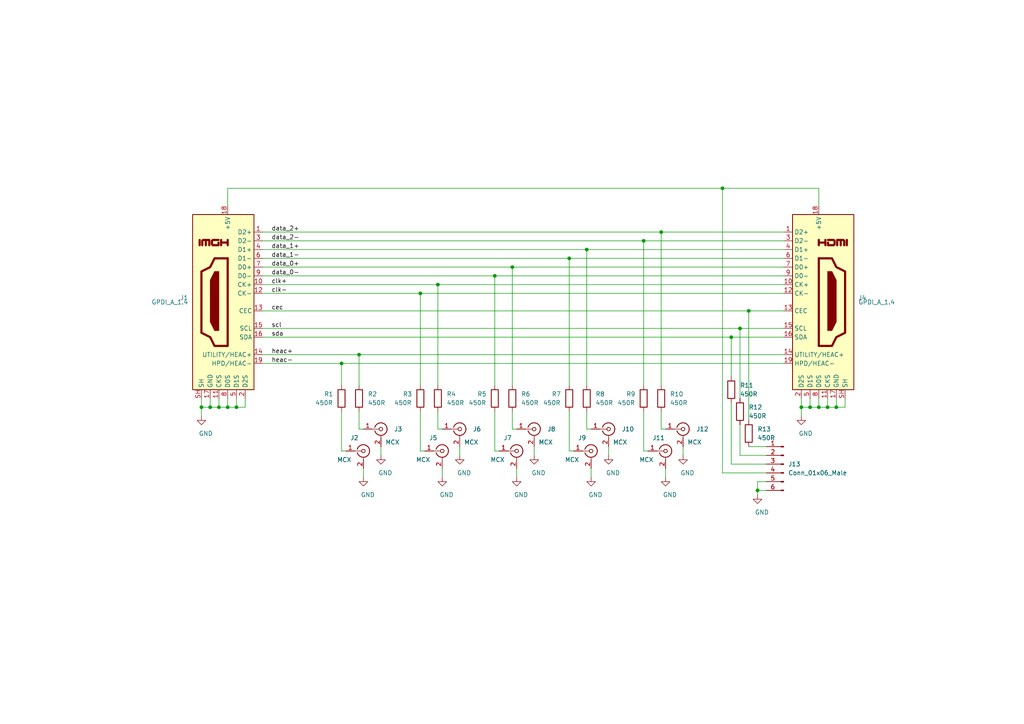
<source format=kicad_sch>
(kicad_sch (version 20230121) (generator eeschema)
  (paper "A4")
  (title_block (title "HDMI-SI") (date "2020-12-09") (rev "r1.0") (company "GsD - @gregdavill") (comment 1 "HDIM SI test board"))
  (lib_symbols
    (symbol "Connector:Conn_01x06_Male" (pin_names (offset 1.016) hide)
      (property "Reference" "J" (at 0 7.62 0))
      (property "Value" "Conn_01x06_Male" (at 0 -10.16 0))
      (symbol "Conn_01x06_Male_1_1"
        (polyline (pts (xy 1.27 -7.62) (xy 0.8636 -7.62)) (stroke (width 0.1524)))
        (polyline (pts (xy 1.27 -5.08) (xy 0.8636 -5.08)) (stroke (width 0.1524)))
        (polyline (pts (xy 1.27 -2.54) (xy 0.8636 -2.54)) (stroke (width 0.1524)))
        (polyline (pts (xy 1.27 0) (xy 0.8636 0)) (stroke (width 0.1524)))
        (polyline (pts (xy 1.27 2.54) (xy 0.8636 2.54)) (stroke (width 0.1524)))
        (polyline (pts (xy 1.27 5.08) (xy 0.8636 5.08)) (stroke (width 0.1524)))
        (rectangle (start 0.8636 -7.493) (end 0 -7.747) (stroke (width 0.1524)) (fill (type outline)))
        (rectangle (start 0.8636 -4.953) (end 0 -5.207) (stroke (width 0.1524)) (fill (type outline)))
        (rectangle (start 0.8636 -2.413) (end 0 -2.667) (stroke (width 0.1524)) (fill (type outline)))
        (rectangle (start 0.8636 0.127) (end 0 -0.127) (stroke (width 0.1524)) (fill (type outline)))
        (rectangle (start 0.8636 2.667) (end 0 2.413) (stroke (width 0.1524)) (fill (type outline)))
        (rectangle (start 0.8636 5.207) (end 0 4.953) (stroke (width 0.1524)) (fill (type outline)))
        (pin passive line (at 5.08 5.08 180) (length 3.81) (name "Pin_1") (number "1"))
        (pin passive line (at 5.08 2.54 180) (length 3.81) (name "Pin_2") (number "2"))
        (pin passive line (at 5.08 0 180) (length 3.81) (name "Pin_3") (number "3"))
        (pin passive line (at 5.08 -2.54 180) (length 3.81) (name "Pin_4") (number "4"))
        (pin passive line (at 5.08 -5.08 180) (length 3.81) (name "Pin_5") (number "5"))
        (pin passive line (at 5.08 -7.62 180) (length 3.81) (name "Pin_6") (number "6"))
      )
    )
    (symbol "Connector:Conn_Coaxial" (pin_names (offset 1.016) hide)
      (property "Reference" "J" (at 0.254 3.048 0))
      (property "Value" "Conn_Coaxial" (at 2.921 0 90))
      (symbol "Conn_Coaxial_0_1"
        (arc (start -1.778 -0.508) (mid 0.2311 -1.8066) (end 1.778 0) (stroke (width 0.254)))
        (polyline (pts (xy -2.54 0) (xy -0.508 0)))
        (polyline (pts (xy 0 -2.54) (xy 0 -1.778)))
        (circle (center 0 0) (radius 0.508) (stroke (width 0.2032)))
        (arc (start 1.778 0) (mid 0.2099 1.8101) (end -1.778 0.508) (stroke (width 0.254)))
      )
      (symbol "Conn_Coaxial_1_1"
        (pin passive line (at -5.08 0 0) (length 2.54) (name "In") (number "1"))
        (pin passive line (at 0 -5.08 90) (length 2.54) (name "Ext") (number "2"))
      )
    )
    (symbol "Connector:HDMI_A_1.4"
      (property "Reference" "J" (at -6.35 26.67 0))
      (property "Value" "HDMI_A_1.4" (at 10.16 26.67 0))
      (symbol "HDMI_A_1.4_0_0"
        (polyline (pts (xy 8.128 16.51) (xy 8.128 18.034)) (stroke (width 0.635)))
        (polyline (pts (xy 0 16.51) (xy 0 18.034) (xy 0 17.272) (xy 1.905 17.272) (xy 1.905 18.034) (xy 1.905 16.51)) (stroke (width 0.635)))
        (polyline (pts (xy 2.667 18.034) (xy 4.318 18.034) (xy 4.572 17.78) (xy 4.572 16.764) (xy 4.318 16.51) (xy 2.667 16.51) (xy 2.667 17.272)) (stroke (width 0.635)))
      )
      (symbol "HDMI_A_1.4_0_1"
        (rectangle (start -7.62 25.4) (end 10.16 -25.4) (stroke (width 0.254)) (fill (type background)))
        (polyline (pts (xy 2.54 8.89) (xy 3.81 8.89) (xy 5.08 6.35) (xy 5.08 -5.715) (xy 3.81 -8.255) (xy 2.54 -8.255) (xy 2.54 8.89)) (fill (type outline)))
        (polyline (pts (xy 5.334 16.51) (xy 5.334 18.034) (xy 6.35 18.034) (xy 6.35 16.51) (xy 6.35 18.034) (xy 7.112 18.034) (xy 7.366 17.78) (xy 7.366 16.51)) (stroke (width 0.635)))
        (polyline (pts (xy 0 12.7) (xy 0 -12.7) (xy 3.81 -12.7) (xy 5.08 -10.16) (xy 7.62 -8.89) (xy 7.62 8.89) (xy 5.08 10.16) (xy 3.81 12.7) (xy 0 12.7)) (stroke (width 0.635)))
      )
      (symbol "HDMI_A_1.4_1_1"
        (pin passive line (at -10.16 20.32 0) (length 2.54) (name "D2+") (number "1"))
        (pin passive line (at -10.16 5.08 0) (length 2.54) (name "CK+") (number "10"))
        (pin power_in line (at 2.54 -27.94 90) (length 2.54) (name "CKS") (number "11"))
        (pin passive line (at -10.16 2.54 0) (length 2.54) (name "CK-") (number "12"))
        (pin bidirectional line (at -10.16 -2.54 0) (length 2.54) (name "CEC") (number "13"))
        (pin passive line (at -10.16 -15.24 0) (length 2.54) (name "UTILITY/HEAC+") (number "14"))
        (pin passive line (at -10.16 -7.62 0) (length 2.54) (name "SCL") (number "15"))
        (pin bidirectional line (at -10.16 -10.16 0) (length 2.54) (name "SDA") (number "16"))
        (pin power_in line (at 5.08 -27.94 90) (length 2.54) (name "GND") (number "17"))
        (pin power_in line (at 0 27.94 270) (length 2.54) (name "+5V") (number "18"))
        (pin passive line (at -10.16 -17.78 0) (length 2.54) (name "HPD/HEAC-") (number "19"))
        (pin power_in line (at -5.08 -27.94 90) (length 2.54) (name "D2S") (number "2"))
        (pin passive line (at -10.16 17.78 0) (length 2.54) (name "D2-") (number "3"))
        (pin passive line (at -10.16 15.24 0) (length 2.54) (name "D1+") (number "4"))
        (pin power_in line (at -2.54 -27.94 90) (length 2.54) (name "D1S") (number "5"))
        (pin passive line (at -10.16 12.7 0) (length 2.54) (name "D1-") (number "6"))
        (pin passive line (at -10.16 10.16 0) (length 2.54) (name "D0+") (number "7"))
        (pin power_in line (at 0 -27.94 90) (length 2.54) (name "D0S") (number "8"))
        (pin passive line (at -10.16 7.62 0) (length 2.54) (name "D0-") (number "9"))
        (pin passive line (at 7.62 -27.94 90) (length 2.54) (name "SH") (number "SH"))
      )
    )
    (symbol "Device:R" (pin_numbers hide) (pin_names (offset 0))
      (property "Reference" "R" (at 2.032 0 90))
      (property "Value" "R" (at 0 0 90))
      (symbol "R_0_1"
        (rectangle (start -1.016 -2.54) (end 1.016 2.54) (stroke (width 0.254)))
      )
      (symbol "R_1_1"
        (pin passive line (at 0 3.81 270) (length 1.27) (name "~") (number "1"))
        (pin passive line (at 0 -3.81 90) (length 1.27) (name "~") (number "2"))
      )
    )
    (symbol "power:GND" (power) (pin_names (offset 0))
      (property "Value" "GND" (at 0 -3.81 0))
      (symbol "GND_0_1"
        (polyline (pts (xy 0 0) (xy 0 -1.27) (xy 1.27 -1.27) (xy 0 -2.54) (xy -1.27 -1.27) (xy 0 -1.27)))
      )
      (symbol "GND_1_1"
        (pin power_in line (at 0 0 270) (length 0) hide (name "GND") (number "1"))
      )
    )
  )
  (bus_alias "GPDI" (members "CK_N" "CK_P" "D0_N" "D0_P" "D1_N" "D1_P" "D2_N" "D2_P"))
  (junction (at 121.92 85.09) (diameter 0.9144))
  (junction (at 237.49 118.11) (diameter 0.9144))
  (junction (at 68.58 118.11) (diameter 0.9144))
  (junction (at 214.63 95.25) (diameter 0.9144))
  (junction (at 217.17 90.17) (diameter 0.9144))
  (junction (at 127 82.55) (diameter 0.9144))
  (junction (at 242.57 118.11) (diameter 0.9144))
  (junction (at 240.03 118.11) (diameter 0.9144))
  (junction (at 60.96 118.11) (diameter 0.9144))
  (junction (at 99.06 105.41) (diameter 0.9144))
  (junction (at 66.04 118.11) (diameter 0.9144))
  (junction (at 232.41 118.11) (diameter 0.9144))
  (junction (at 212.09 97.79) (diameter 0.9144))
  (junction (at 219.71 142.24) (diameter 0.9144))
  (junction (at 209.55 54.61) (diameter 0.9144))
  (junction (at 58.42 118.11) (diameter 0.9144))
  (junction (at 148.59 77.47) (diameter 0.9144))
  (junction (at 165.1 74.93) (diameter 0.9144))
  (junction (at 143.51 80.01) (diameter 0.9144))
  (junction (at 191.77 67.31) (diameter 0.9144))
  (junction (at 170.18 72.39) (diameter 0.9144))
  (junction (at 104.14 102.87) (diameter 0.9144))
  (junction (at 234.95 118.11) (diameter 0.9144))
  (junction (at 63.5 118.11) (diameter 0.9144))
  (junction (at 186.69 69.85) (diameter 0.9144))
  (wire (pts (xy 121.92 130.81) (xy 121.92 119.38)))
  (wire (pts (xy 71.12 118.11) (xy 68.58 118.11)))
  (wire (pts (xy 76.2 72.39) (xy 170.18 72.39)))
  (wire (pts (xy 127 82.55) (xy 227.33 82.55)))
  (wire (pts (xy 76.2 95.25) (xy 214.63 95.25)))
  (wire (pts (xy 76.2 67.31) (xy 191.77 67.31)))
  (wire (pts (xy 104.14 102.87) (xy 227.33 102.87)))
  (wire (pts (xy 99.06 105.41) (xy 99.06 111.76)))
  (wire (pts (xy 232.41 118.11) (xy 232.41 120.65)))
  (wire (pts (xy 104.14 124.46) (xy 104.14 119.38)))
  (wire (pts (xy 187.96 130.81) (xy 186.69 130.81)))
  (wire (pts (xy 60.96 118.11) (xy 58.42 118.11)))
  (wire (pts (xy 245.11 118.11) (xy 242.57 118.11)))
  (wire (pts (xy 240.03 115.57) (xy 240.03 118.11)))
  (wire (pts (xy 99.06 105.41) (xy 227.33 105.41)))
  (wire (pts (xy 63.5 115.57) (xy 63.5 118.11)))
  (wire (pts (xy 66.04 59.69) (xy 66.04 54.61)))
  (wire (pts (xy 214.63 132.08) (xy 214.63 123.19)))
  (wire (pts (xy 121.92 85.09) (xy 227.33 85.09)))
  (wire (pts (xy 219.71 139.7) (xy 219.71 142.24)))
  (wire (pts (xy 176.53 129.54) (xy 176.53 132.08)))
  (wire (pts (xy 149.86 124.46) (xy 148.59 124.46)))
  (wire (pts (xy 60.96 115.57) (xy 60.96 118.11)))
  (wire (pts (xy 237.49 118.11) (xy 234.95 118.11)))
  (wire (pts (xy 165.1 74.93) (xy 165.1 111.76)))
  (wire (pts (xy 58.42 115.57) (xy 58.42 118.11)))
  (wire (pts (xy 76.2 97.79) (xy 212.09 97.79)))
  (wire (pts (xy 240.03 118.11) (xy 237.49 118.11)))
  (wire (pts (xy 76.2 80.01) (xy 143.51 80.01)))
  (wire (pts (xy 66.04 115.57) (xy 66.04 118.11)))
  (wire (pts (xy 100.33 130.81) (xy 99.06 130.81)))
  (wire (pts (xy 76.2 105.41) (xy 99.06 105.41)))
  (wire (pts (xy 105.41 135.89) (xy 105.41 138.43)))
  (wire (pts (xy 191.77 67.31) (xy 191.77 111.76)))
  (wire (pts (xy 76.2 77.47) (xy 148.59 77.47)))
  (wire (pts (xy 63.5 118.11) (xy 60.96 118.11)))
  (wire (pts (xy 212.09 109.22) (xy 212.09 97.79)))
  (wire (pts (xy 170.18 72.39) (xy 170.18 111.76)))
  (wire (pts (xy 68.58 115.57) (xy 68.58 118.11)))
  (wire (pts (xy 219.71 142.24) (xy 222.25 142.24)))
  (wire (pts (xy 245.11 115.57) (xy 245.11 118.11)))
  (wire (pts (xy 148.59 124.46) (xy 148.59 119.38)))
  (wire (pts (xy 76.2 85.09) (xy 121.92 85.09)))
  (wire (pts (xy 76.2 69.85) (xy 186.69 69.85)))
  (wire (pts (xy 154.94 129.54) (xy 154.94 132.08)))
  (wire (pts (xy 128.27 135.89) (xy 128.27 138.43)))
  (wire (pts (xy 242.57 115.57) (xy 242.57 118.11)))
  (wire (pts (xy 212.09 134.62) (xy 212.09 116.84)))
  (wire (pts (xy 104.14 102.87) (xy 104.14 111.76)))
  (wire (pts (xy 217.17 90.17) (xy 227.33 90.17)))
  (wire (pts (xy 214.63 95.25) (xy 227.33 95.25)))
  (wire (pts (xy 222.25 129.54) (xy 217.17 129.54)))
  (wire (pts (xy 165.1 130.81) (xy 165.1 119.38)))
  (wire (pts (xy 234.95 115.57) (xy 234.95 118.11)))
  (wire (pts (xy 209.55 54.61) (xy 209.55 137.16)))
  (wire (pts (xy 99.06 130.81) (xy 99.06 119.38)))
  (wire (pts (xy 143.51 80.01) (xy 227.33 80.01)))
  (wire (pts (xy 170.18 72.39) (xy 227.33 72.39)))
  (wire (pts (xy 76.2 90.17) (xy 217.17 90.17)))
  (wire (pts (xy 128.27 124.46) (xy 127 124.46)))
  (wire (pts (xy 121.92 85.09) (xy 121.92 111.76)))
  (wire (pts (xy 66.04 118.11) (xy 63.5 118.11)))
  (wire (pts (xy 76.2 74.93) (xy 165.1 74.93)))
  (wire (pts (xy 143.51 80.01) (xy 143.51 111.76)))
  (wire (pts (xy 219.71 139.7) (xy 222.25 139.7)))
  (wire (pts (xy 58.42 118.11) (xy 58.42 120.65)))
  (wire (pts (xy 76.2 82.55) (xy 127 82.55)))
  (wire (pts (xy 237.49 115.57) (xy 237.49 118.11)))
  (wire (pts (xy 232.41 115.57) (xy 232.41 118.11)))
  (wire (pts (xy 217.17 90.17) (xy 217.17 121.92)))
  (wire (pts (xy 110.49 129.54) (xy 110.49 132.08)))
  (wire (pts (xy 148.59 77.47) (xy 148.59 111.76)))
  (wire (pts (xy 133.35 129.54) (xy 133.35 132.08)))
  (wire (pts (xy 237.49 54.61) (xy 237.49 59.69)))
  (wire (pts (xy 143.51 130.81) (xy 143.51 119.38)))
  (wire (pts (xy 123.19 130.81) (xy 121.92 130.81)))
  (wire (pts (xy 165.1 74.93) (xy 227.33 74.93)))
  (wire (pts (xy 171.45 124.46) (xy 170.18 124.46)))
  (wire (pts (xy 193.04 135.89) (xy 193.04 138.43)))
  (wire (pts (xy 191.77 124.46) (xy 191.77 119.38)))
  (wire (pts (xy 186.69 69.85) (xy 186.69 111.76)))
  (wire (pts (xy 209.55 137.16) (xy 222.25 137.16)))
  (wire (pts (xy 171.45 135.89) (xy 171.45 138.43)))
  (wire (pts (xy 148.59 77.47) (xy 227.33 77.47)))
  (wire (pts (xy 186.69 69.85) (xy 227.33 69.85)))
  (wire (pts (xy 149.86 135.89) (xy 149.86 138.43)))
  (wire (pts (xy 222.25 134.62) (xy 212.09 134.62)))
  (wire (pts (xy 127 82.55) (xy 127 111.76)))
  (wire (pts (xy 144.78 130.81) (xy 143.51 130.81)))
  (wire (pts (xy 193.04 124.46) (xy 191.77 124.46)))
  (wire (pts (xy 191.77 67.31) (xy 227.33 67.31)))
  (wire (pts (xy 214.63 115.57) (xy 214.63 95.25)))
  (wire (pts (xy 127 124.46) (xy 127 119.38)))
  (wire (pts (xy 71.12 115.57) (xy 71.12 118.11)))
  (wire (pts (xy 198.12 129.54) (xy 198.12 132.08)))
  (wire (pts (xy 66.04 54.61) (xy 209.55 54.61)))
  (wire (pts (xy 186.69 130.81) (xy 186.69 119.38)))
  (wire (pts (xy 68.58 118.11) (xy 66.04 118.11)))
  (wire (pts (xy 222.25 132.08) (xy 214.63 132.08)))
  (wire (pts (xy 212.09 97.79) (xy 227.33 97.79)))
  (wire (pts (xy 76.2 102.87) (xy 104.14 102.87)))
  (wire (pts (xy 219.71 142.24) (xy 219.71 143.51)))
  (wire (pts (xy 105.41 124.46) (xy 104.14 124.46)))
  (wire (pts (xy 170.18 124.46) (xy 170.18 119.38)))
  (wire (pts (xy 234.95 118.11) (xy 232.41 118.11)))
  (wire (pts (xy 209.55 54.61) (xy 237.49 54.61)))
  (wire (pts (xy 166.37 130.81) (xy 165.1 130.81)))
  (wire (pts (xy 242.57 118.11) (xy 240.03 118.11)))
  (label "data_1+" (at 78.74 72.39 0))
  (label "data_0+" (at 78.74 77.47 0))
  (label "scl" (at 78.74 95.25 0))
  (label "sda" (at 78.74 97.79 0))
  (label "clk+" (at 78.74 82.55 0))
  (label "heac-" (at 78.74 105.41 0))
  (label "data_2-" (at 78.74 69.85 0))
  (label "clk-" (at 78.74 85.09 0))
  (label "data_2+" (at 78.74 67.31 0))
  (label "data_1-" (at 78.74 74.93 0))
  (label "heac+" (at 78.74 102.87 0))
  (label "data_0-" (at 78.74 80.01 0))
  (label "cec" (at 78.74 90.17 0))
  (symbol (lib_id "Connector:Conn_Coaxial") (at 176.53 124.46 0) (unit 1)
    (property "Reference" "J10" (at 180.34 124.46 0) (effects (justify left)))
    (property "Value" "MCX" (at 177.8 128.27 0) (effects (justify left)))
    (property "Footprint" "Connector_Coaxial:MMCX_Molex_73415-1471_Vertical" (effects hide))
    (property "Datasheet" " ~" (effects hide))
  )
  (symbol (lib_id "power:GND") (at 198.12 132.08 0) (unit 1)
    (property "Reference" "#PWR0112" (effects hide))
    (property "Value" "GND" (at 199.39 137.16 0))
  )
  (symbol (lib_id "Device:R") (at 104.14 115.57 0) (unit 1)
    (property "Reference" "R2" (at 106.68 114.3 0) (effects (justify left)))
    (property "Value" "450R" (at 106.68 116.84 0) (effects (justify left)))
    (property "Footprint" "Resistor_SMD:R_0402_1005Metric" (effects hide))
  )
  (symbol (lib_id "Connector:Conn_Coaxial") (at 149.86 130.81 0) (unit 1)
    (property "Reference" "J7" (at 146.05 127 0) (effects (justify left)))
    (property "Value" "MCX" (at 142.24 133.35 0) (effects (justify left)))
    (property "Footprint" "Connector_Coaxial:MMCX_Molex_73415-1471_Vertical" (effects hide))
    (property "Datasheet" " ~" (effects hide))
  )
  (symbol (lib_id "Connector:Conn_Coaxial") (at 171.45 130.81 0) (unit 1)
    (property "Reference" "J9" (at 167.64 127 0) (effects (justify left)))
    (property "Value" "MCX" (at 163.83 133.35 0) (effects (justify left)))
    (property "Footprint" "Connector_Coaxial:MMCX_Molex_73415-1471_Vertical" (effects hide))
    (property "Datasheet" " ~" (effects hide))
  )
  (symbol (lib_id "Device:R") (at 148.59 115.57 0) (unit 1)
    (property "Reference" "R6" (at 151.13 114.3 0) (effects (justify left)))
    (property "Value" "450R" (at 151.13 116.84 0) (effects (justify left)))
    (property "Footprint" "Resistor_SMD:R_0402_1005Metric" (effects hide))
  )
  (symbol (lib_id "Device:R") (at 165.1 115.57 0) (unit 1)
    (property "Reference" "R7" (at 160.02 114.3 0) (effects (justify left)))
    (property "Value" "450R" (at 157.48 116.84 0) (effects (justify left)))
    (property "Footprint" "Resistor_SMD:R_0402_1005Metric" (effects hide))
  )
  (symbol (lib_id "Device:R") (at 127 115.57 0) (unit 1)
    (property "Reference" "R4" (at 129.54 114.3 0) (effects (justify left)))
    (property "Value" "450R" (at 129.54 116.84 0) (effects (justify left)))
    (property "Footprint" "Resistor_SMD:R_0402_1005Metric" (effects hide))
  )
  (symbol (lib_id "Connector:Conn_Coaxial") (at 110.49 124.46 0) (unit 1)
    (property "Reference" "J3" (at 114.3 124.46 0) (effects (justify left)))
    (property "Value" "MCX" (at 111.76 128.27 0) (effects (justify left)))
    (property "Footprint" "Connector_Coaxial:MMCX_Molex_73415-1471_Vertical" (effects hide))
    (property "Datasheet" " ~" (effects hide))
  )
  (symbol (lib_id "Device:R") (at 217.17 125.73 0) (unit 1)
    (property "Reference" "R13" (at 219.71 124.46 0) (effects (justify left)))
    (property "Value" "450R" (at 219.71 127 0) (effects (justify left)))
    (property "Footprint" "Resistor_SMD:R_0402_1005Metric" (effects hide))
  )
  (symbol (lib_id "power:GND") (at 171.45 138.43 0) (unit 1)
    (property "Reference" "#PWR0109" (effects hide))
    (property "Value" "GND" (at 172.72 143.51 0))
  )
  (symbol (lib_id "power:GND") (at 149.86 138.43 0) (unit 1)
    (property "Reference" "#PWR0107" (effects hide))
    (property "Value" "GND" (at 151.13 143.51 0))
  )
  (symbol (lib_id "Connector:HDMI_A_1.4") (at 237.49 87.63 0) (unit 1)
    (property "Reference" "J4" (at 248.92 86.36 0) (effects (justify left)))
    (property "Value" "GPDI_A_1.4" (at 248.92 87.63 0) (effects (justify left)))
    (property "Footprint" "gsd-footprints:HDMI-10029449-111RLF" (effects hide))
    (property "Datasheet" "https://en.wikipedia.org/wiki/HDMI" (effects hide))
  )
  (symbol (lib_id "Connector:Conn_Coaxial") (at 193.04 130.81 0) (unit 1)
    (property "Reference" "J11" (at 189.23 127 0) (effects (justify left)))
    (property "Value" "MCX" (at 185.42 133.35 0) (effects (justify left)))
    (property "Footprint" "Connector_Coaxial:MMCX_Molex_73415-1471_Vertical" (effects hide))
    (property "Datasheet" " ~" (effects hide))
  )
  (symbol (lib_id "power:GND") (at 58.42 120.65 0) (unit 1)
    (property "Reference" "#PWR0101" (effects hide))
    (property "Value" "GND" (at 59.69 125.73 0))
  )
  (symbol (lib_id "Connector:HDMI_A_1.4") (at 66.04 87.63 0) (mirror y) (unit 1)
    (property "Reference" "J1" (at 54.61 86.36 0) (effects (justify left)))
    (property "Value" "GPDI_A_1.4" (at 54.61 87.63 0) (effects (justify left)))
    (property "Footprint" "gsd-footprints:HDMI-10029449-111RLF" (effects hide))
    (property "Datasheet" "https://en.wikipedia.org/wiki/HDMI" (effects hide))
  )
  (symbol (lib_id "Device:R") (at 214.63 119.38 0) (unit 1)
    (property "Reference" "R12" (at 217.17 118.11 0) (effects (justify left)))
    (property "Value" "450R" (at 217.17 120.65 0) (effects (justify left)))
    (property "Footprint" "Resistor_SMD:R_0402_1005Metric" (effects hide))
  )
  (symbol (lib_id "Connector:Conn_Coaxial") (at 105.41 130.81 0) (unit 1)
    (property "Reference" "J2" (at 101.6 127 0) (effects (justify left)))
    (property "Value" "MCX" (at 97.79 133.35 0) (effects (justify left)))
    (property "Footprint" "Connector_Coaxial:MMCX_Molex_73415-1471_Vertical" (effects hide))
    (property "Datasheet" " ~" (effects hide))
  )
  (symbol (lib_id "power:GND") (at 105.41 138.43 0) (unit 1)
    (property "Reference" "#PWR0102" (effects hide))
    (property "Value" "GND" (at 106.68 143.51 0))
  )
  (symbol (lib_id "power:GND") (at 110.49 132.08 0) (unit 1)
    (property "Reference" "#PWR0103" (effects hide))
    (property "Value" "GND" (at 111.76 137.16 0))
  )
  (symbol (lib_id "Connector:Conn_Coaxial") (at 198.12 124.46 0) (unit 1)
    (property "Reference" "J12" (at 201.93 124.46 0) (effects (justify left)))
    (property "Value" "MCX" (at 199.39 128.27 0) (effects (justify left)))
    (property "Footprint" "Connector_Coaxial:MMCX_Molex_73415-1471_Vertical" (effects hide))
    (property "Datasheet" " ~" (effects hide))
  )
  (symbol (lib_id "Device:R") (at 121.92 115.57 0) (unit 1)
    (property "Reference" "R3" (at 116.84 114.3 0) (effects (justify left)))
    (property "Value" "450R" (at 114.3 116.84 0) (effects (justify left)))
    (property "Footprint" "Resistor_SMD:R_0402_1005Metric" (effects hide))
  )
  (symbol (lib_id "Device:R") (at 212.09 113.03 0) (unit 1)
    (property "Reference" "R11" (at 214.63 111.76 0) (effects (justify left)))
    (property "Value" "450R" (at 214.63 114.3 0) (effects (justify left)))
    (property "Footprint" "Resistor_SMD:R_0402_1005Metric" (effects hide))
  )
  (symbol (lib_id "power:GND") (at 232.41 120.65 0) (unit 1)
    (property "Reference" "#PWR0104" (effects hide))
    (property "Value" "GND" (at 233.68 125.73 0))
  )
  (symbol (lib_id "Connector:Conn_Coaxial") (at 133.35 124.46 0) (unit 1)
    (property "Reference" "J6" (at 137.16 124.46 0) (effects (justify left)))
    (property "Value" "MCX" (at 134.62 128.27 0) (effects (justify left)))
    (property "Footprint" "Connector_Coaxial:MMCX_Molex_73415-1471_Vertical" (effects hide))
    (property "Datasheet" " ~" (effects hide))
  )
  (symbol (lib_id "power:GND") (at 154.94 132.08 0) (unit 1)
    (property "Reference" "#PWR0108" (effects hide))
    (property "Value" "GND" (at 156.21 137.16 0))
  )
  (symbol (lib_id "Connector:Conn_01x06_Male") (at 227.33 134.62 0) (mirror y) (unit 1)
    (property "Reference" "J13" (at 228.6 134.62 0) (effects (justify right)))
    (property "Value" "Conn_01x06_Male" (at 228.6 137.16 0) (effects (justify right)))
    (property "Footprint" "Connector_PinHeader_2.54mm:PinHeader_1x06_P2.54mm_Vertical" (effects hide))
  )
  (symbol (lib_id "power:GND") (at 193.04 138.43 0) (unit 1)
    (property "Reference" "#PWR0111" (effects hide))
    (property "Value" "GND" (at 194.31 143.51 0))
  )
  (symbol (lib_id "power:GND") (at 176.53 132.08 0) (unit 1)
    (property "Reference" "#PWR0110" (effects hide))
    (property "Value" "GND" (at 177.8 137.16 0))
  )
  (symbol (lib_id "power:GND") (at 219.71 143.51 0) (unit 1)
    (property "Reference" "#PWR0113" (effects hide))
    (property "Value" "GND" (at 220.98 148.59 0))
  )
  (symbol (lib_id "Device:R") (at 170.18 115.57 0) (unit 1)
    (property "Reference" "R8" (at 172.72 114.3 0) (effects (justify left)))
    (property "Value" "450R" (at 172.72 116.84 0) (effects (justify left)))
    (property "Footprint" "Resistor_SMD:R_0402_1005Metric" (effects hide))
  )
  (symbol (lib_id "Device:R") (at 191.77 115.57 0) (unit 1)
    (property "Reference" "R10" (at 194.31 114.3 0) (effects (justify left)))
    (property "Value" "450R" (at 194.31 116.84 0) (effects (justify left)))
    (property "Footprint" "Resistor_SMD:R_0402_1005Metric" (effects hide))
  )
  (symbol (lib_id "Connector:Conn_Coaxial") (at 128.27 130.81 0) (unit 1)
    (property "Reference" "J5" (at 124.46 127 0) (effects (justify left)))
    (property "Value" "MCX" (at 120.65 133.35 0) (effects (justify left)))
    (property "Footprint" "Connector_Coaxial:MMCX_Molex_73415-1471_Vertical" (effects hide))
    (property "Datasheet" " ~" (effects hide))
  )
  (symbol (lib_id "power:GND") (at 128.27 138.43 0) (unit 1)
    (property "Reference" "#PWR0106" (effects hide))
    (property "Value" "GND" (at 129.54 143.51 0))
  )
  (symbol (lib_id "power:GND") (at 133.35 132.08 0) (unit 1)
    (property "Reference" "#PWR0105" (effects hide))
    (property "Value" "GND" (at 134.62 137.16 0))
  )
  (symbol (lib_id "Device:R") (at 186.69 115.57 0) (unit 1)
    (property "Reference" "R9" (at 181.61 114.3 0) (effects (justify left)))
    (property "Value" "450R" (at 179.07 116.84 0) (effects (justify left)))
    (property "Footprint" "Resistor_SMD:R_0402_1005Metric" (effects hide))
  )
  (symbol (lib_id "Device:R") (at 143.51 115.57 0) (unit 1)
    (property "Reference" "R5" (at 138.43 114.3 0) (effects (justify left)))
    (property "Value" "450R" (at 135.89 116.84 0) (effects (justify left)))
    (property "Footprint" "Resistor_SMD:R_0402_1005Metric" (effects hide))
  )
  (symbol (lib_id "Device:R") (at 99.06 115.57 0) (unit 1)
    (property "Reference" "R1" (at 93.98 114.3 0) (effects (justify left)))
    (property "Value" "450R" (at 91.44 116.84 0) (effects (justify left)))
    (property "Footprint" "Resistor_SMD:R_0402_1005Metric" (effects hide))
  )
  (symbol (lib_id "Connector:Conn_Coaxial") (at 154.94 124.46 0) (unit 1)
    (property "Reference" "J8" (at 158.75 124.46 0) (effects (justify left)))
    (property "Value" "MCX" (at 156.21 128.27 0) (effects (justify left)))
    (property "Footprint" "Connector_Coaxial:MMCX_Molex_73415-1471_Vertical" (effects hide))
    (property "Datasheet" " ~" (effects hide))
  )
)
</source>
